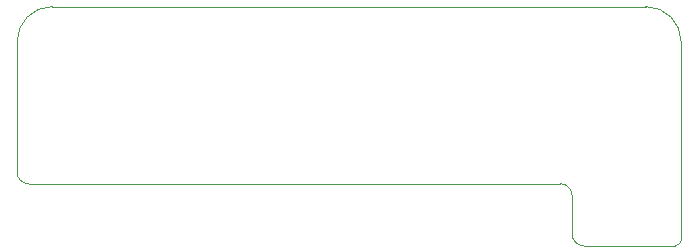
<source format=gm1>
%TF.GenerationSoftware,KiCad,Pcbnew,5.1.9-73d0e3b20d~88~ubuntu20.04.1*%
%TF.CreationDate,2021-04-22T17:18:43+01:00*%
%TF.ProjectId,hat,6861742e-6b69-4636-9164-5f7063625858,rev?*%
%TF.SameCoordinates,Original*%
%TF.FileFunction,Profile,NP*%
%FSLAX46Y46*%
G04 Gerber Fmt 4.6, Leading zero omitted, Abs format (unit mm)*
G04 Created by KiCad (PCBNEW 5.1.9-73d0e3b20d~88~ubuntu20.04.1) date 2021-04-22 17:18:43*
%MOMM*%
%LPD*%
G01*
G04 APERTURE LIST*
%TA.AperFunction,Profile*%
%ADD10C,0.050000*%
%TD*%
G04 APERTURE END LIST*
D10*
X156250000Y-119750000D02*
G75*
G02*
X155750000Y-120250000I-500000J0D01*
G01*
X148000000Y-120250000D02*
G75*
G02*
X147000000Y-119250000I0J1000000D01*
G01*
X146000000Y-115000000D02*
G75*
G02*
X147000000Y-116000000I0J-1000000D01*
G01*
X101000000Y-115000000D02*
G75*
G02*
X100000000Y-114000000I0J1000000D01*
G01*
X100000000Y-103000000D02*
G75*
G02*
X103000000Y-100000000I3000000J0D01*
G01*
X153250000Y-100000000D02*
G75*
G02*
X156250000Y-103000000I0J-3000000D01*
G01*
X156250000Y-103000000D02*
X156250000Y-119750000D01*
X103000000Y-100000000D02*
X153250000Y-100000000D01*
X100000000Y-114000000D02*
X100000000Y-103000000D01*
X146000000Y-115000000D02*
X101000000Y-115000000D01*
X147000000Y-119250000D02*
X147000000Y-116000000D01*
X155750000Y-120250000D02*
X148000000Y-120250000D01*
M02*

</source>
